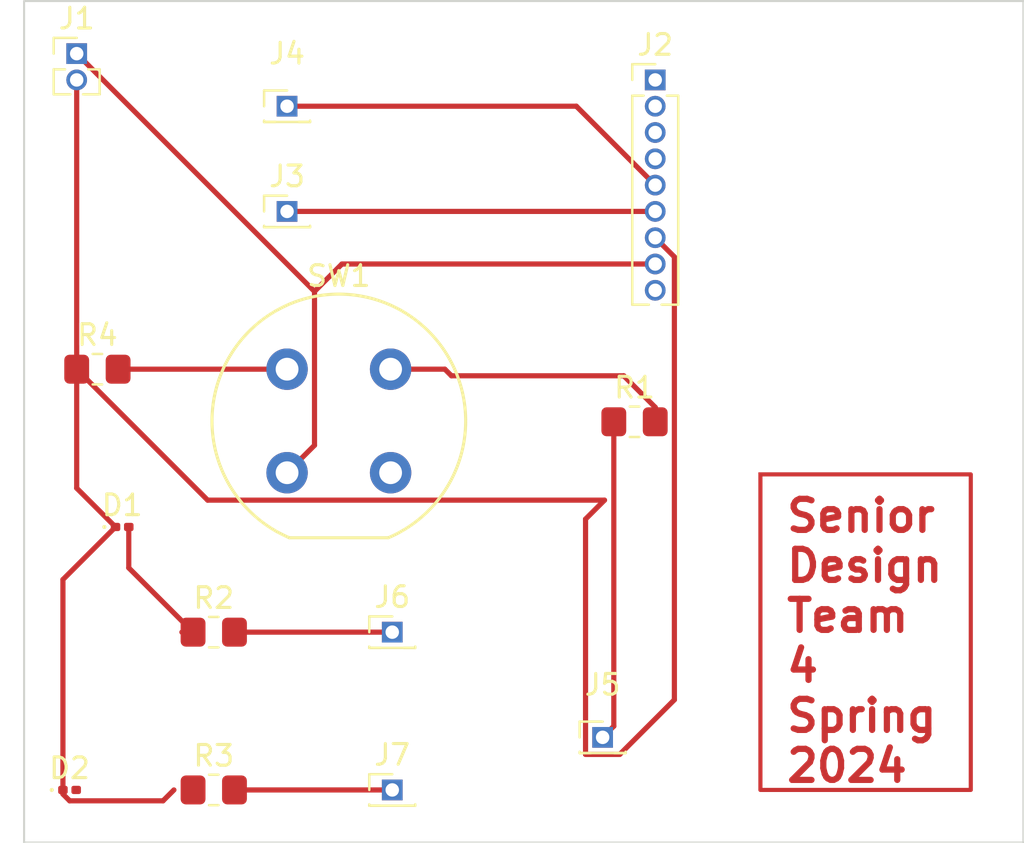
<source format=kicad_pcb>
(kicad_pcb (version 20221018) (generator pcbnew)
  (layers (0 "F.Cu" signal) (31 "B.Cu" signal) (34 "B.Paste" user) (35 "F.Paste" user) (36 "B.SilkS" user "B.Silkscreen") (37 "F.SilkS" user "F.Silkscreen") (38 "B.Mask" user) (39 "F.Mask" user) (44 "Edge.Cuts" user))
  (net 0 "")
  (net 7 "Net-(D1-K)")
  (net 8 "Net-(D1-A)")
  (net 9 "Net-(D2-A)")
  (net 10 "Net-(J1-Pin_1)")
  (net 11 "Net-(J2-Pin_5)")
  (net 12 "Net-(J2-Pin_6)")
  (net 13 "Net-(J5-Pin_1)")
  (net 14 "Net-(J6-Pin_1)")
  (net 15 "Net-(J7-Pin_1)")
  (net 16 "Net-(R1-Pad2)")
  (net 17 "Net-(R4-Pad2)")
  (footprint "Connector_PinHeader_1.27mm:PinHeader_1x09_P1.27mm_Vertical" (layer "F.Cu") (at 160.02 41.91)
    (fp_text reference "J2" (at 0 -1.695) (layer "F.SilkS"))
    (fp_text value "Conn_01x09_Pin")
    (fp_line (start -1.11 -0.76) (end 0 -0.76) (stroke (width 0.12)) (layer "F.SilkS"))
    (fp_line (start -1.11 0) (end -1.11 -0.76) (stroke (width 0.12)) (layer "F.SilkS"))
    (fp_line (start -1.11 0.76) (end -1.11 10.855) (stroke (width 0.12)) (layer "F.SilkS"))
    (fp_line (start -1.11 0.76) (end -0.563471 0.76) (stroke (width 0.12)) (layer "F.SilkS"))
    (fp_line (start -1.11 10.855) (end -0.30753 10.855) (stroke (width 0.12)) (layer "F.SilkS"))
    (fp_line (start 0.30753 10.855) (end 1.11 10.855) (stroke (width 0.12)) (layer "F.SilkS"))
    (fp_line (start 0.563471 0.76) (end 1.11 0.76) (stroke (width 0.12)) (layer "F.SilkS"))
    (fp_line (start 1.11 0.76) (end 1.11 10.855) (stroke (width 0.12)) (layer "F.SilkS"))
    (pad "1" thru_hole rect (at 0 0) (size 1 1) (drill 0.65) (layers "*.Cu" "*.Mask"))
    (pad "2" thru_hole oval (at 0 1.27) (size 1 1) (drill 0.65) (layers "*.Cu" "*.Mask"))
    (pad "3" thru_hole oval (at 0 2.54) (size 1 1) (drill 0.65) (layers "*.Cu" "*.Mask"))
    (pad "4" thru_hole oval (at 0 3.81) (size 1 1) (drill 0.65) (layers "*.Cu" "*.Mask"))
    (pad "5" thru_hole oval (at 0 5.08) (size 1 1) (drill 0.65) (layers "*.Cu" "*.Mask") (net 11 "Net-(J2-Pin_5)"))
    (pad "6" thru_hole oval (at 0 6.35) (size 1 1) (drill 0.65) (layers "*.Cu" "*.Mask") (net 12 "Net-(J2-Pin_6)"))
    (pad "7" thru_hole oval (at 0 7.62) (size 1 1) (drill 0.65) (layers "*.Cu" "*.Mask") (net 7 "Net-(D1-K)"))
    (pad "8" thru_hole oval (at 0 8.89) (size 1 1) (drill 0.65) (layers "*.Cu" "*.Mask") (net 10 "Net-(J1-Pin_1)"))
    (pad "9" thru_hole oval (at 0 10.16) (size 1 1) (drill 0.65) (layers "*.Cu" "*.Mask"))
  )
  (footprint "Connector_PinHeader_1.27mm:PinHeader_1x01_P1.27mm_Vertical" (layer "F.Cu") (at 157.48 73.66)
    (fp_text reference "J5" (at 0 -2.54) (layer "F.SilkS"))
    (fp_text value "Conn_01x01_Pin")
    (fp_line (start -1.11 -0.76) (end 0 -0.76) (stroke (width 0.12)) (layer "F.SilkS"))
    (fp_line (start -1.11 0) (end -1.11 -0.76) (stroke (width 0.12)) (layer "F.SilkS"))
    (fp_line (start -1.11 0.76) (end -1.11 0.695) (stroke (width 0.12)) (layer "F.SilkS"))
    (fp_line (start -1.11 0.76) (end -0.563471 0.76) (stroke (width 0.12)) (layer "F.SilkS"))
    (fp_line (start -1.11 0.76) (end 1.11 0.76) (stroke (width 0.12)) (layer "F.SilkS"))
    (fp_line (start 0.563471 0.76) (end 1.11 0.76) (stroke (width 0.12)) (layer "F.SilkS"))
    (fp_line (start 1.11 0.76) (end 1.11 0.695) (stroke (width 0.12)) (layer "F.SilkS"))
    (pad "1" thru_hole rect (at 0 0) (size 1 1) (drill 0.65) (layers "*.Cu" "*.Mask") (net 13 "Net-(J5-Pin_1)"))
  )
  (footprint "Connector_PinHeader_1.27mm:PinHeader_1x01_P1.27mm_Vertical" (layer "F.Cu") (at 142.24 43.18)
    (fp_text reference "J4" (at 0 -2.54) (layer "F.SilkS"))
    (fp_text value "Conn_01x01_Pin")
    (fp_line (start -1.11 -0.76) (end 0 -0.76) (stroke (width 0.12)) (layer "F.SilkS"))
    (fp_line (start -1.11 0) (end -1.11 -0.76) (stroke (width 0.12)) (layer "F.SilkS"))
    (fp_line (start -1.11 0.76) (end -1.11 0.695) (stroke (width 0.12)) (layer "F.SilkS"))
    (fp_line (start -1.11 0.76) (end -0.563471 0.76) (stroke (width 0.12)) (layer "F.SilkS"))
    (fp_line (start -1.11 0.76) (end 1.11 0.76) (stroke (width 0.12)) (layer "F.SilkS"))
    (fp_line (start 0.563471 0.76) (end 1.11 0.76) (stroke (width 0.12)) (layer "F.SilkS"))
    (fp_line (start 1.11 0.76) (end 1.11 0.695) (stroke (width 0.12)) (layer "F.SilkS"))
    (pad "1" thru_hole rect (at 0 0) (size 1 1) (drill 0.65) (layers "*.Cu" "*.Mask") (net 11 "Net-(J2-Pin_5)"))
  )
  (footprint "Resistor_SMD:R_0805_2012Metric_Pad1.20x1.40mm_HandSolder" (layer "F.Cu") (at 159.02 58.42)
    (fp_text reference "R1" (at 0 -1.65) (layer "F.SilkS"))
    (fp_text value "1000R")
    (fp_line (start -0.227064 -0.735) (end 0.227064 -0.735) (stroke (width 0.12)) (layer "F.SilkS"))
    (fp_line (start -0.227064 0.735) (end 0.227064 0.735) (stroke (width 0.12)) (layer "F.SilkS"))
    (pad "1" smd roundrect (at -1 0) (size 1.2 1.4) (layers "F.Cu" "F.Paste" "F.Mask") (roundrect_rratio 0.2083333333) (net 13 "Net-(J5-Pin_1)"))
    (pad "2" smd roundrect (at 1 0) (size 1.2 1.4) (layers "F.Cu" "F.Paste" "F.Mask") (roundrect_rratio 0.2083333333) (net 16 "Net-(R1-Pad2)"))
  )
  (footprint "Connector_PinHeader_1.27mm:PinHeader_1x01_P1.27mm_Vertical" (layer "F.Cu") (at 147.32 68.58)
    (fp_text reference "J6" (at 0 -1.695) (layer "F.SilkS"))
    (fp_text value "Conn_01x01_Pin")
    (fp_line (start -1.11 -0.76) (end 0 -0.76) (stroke (width 0.12)) (layer "F.SilkS"))
    (fp_line (start -1.11 0) (end -1.11 -0.76) (stroke (width 0.12)) (layer "F.SilkS"))
    (fp_line (start -1.11 0.76) (end -1.11 0.695) (stroke (width 0.12)) (layer "F.SilkS"))
    (fp_line (start -1.11 0.76) (end -0.563471 0.76) (stroke (width 0.12)) (layer "F.SilkS"))
    (fp_line (start -1.11 0.76) (end 1.11 0.76) (stroke (width 0.12)) (layer "F.SilkS"))
    (fp_line (start 0.563471 0.76) (end 1.11 0.76) (stroke (width 0.12)) (layer "F.SilkS"))
    (fp_line (start 1.11 0.76) (end 1.11 0.695) (stroke (width 0.12)) (layer "F.SilkS"))
    (pad "1" thru_hole rect (at 0 0) (size 1 1) (drill 0.65) (layers "*.Cu" "*.Mask") (net 14 "Net-(J6-Pin_1)"))
  )
  (footprint "Connector_PinHeader_1.27mm:PinHeader_1x01_P1.27mm_Vertical" (layer "F.Cu") (at 142.24 48.26)
    (fp_text reference "J3" (at 0 -1.695) (layer "F.SilkS"))
    (fp_text value "Conn_01x01_Pin")
    (fp_line (start -1.11 -0.76) (end 0 -0.76) (stroke (width 0.12)) (layer "F.SilkS"))
    (fp_line (start -1.11 0) (end -1.11 -0.76) (stroke (width 0.12)) (layer "F.SilkS"))
    (fp_line (start -1.11 0.76) (end -1.11 0.695) (stroke (width 0.12)) (layer "F.SilkS"))
    (fp_line (start -1.11 0.76) (end -0.563471 0.76) (stroke (width 0.12)) (layer "F.SilkS"))
    (fp_line (start -1.11 0.76) (end 1.11 0.76) (stroke (width 0.12)) (layer "F.SilkS"))
    (fp_line (start 0.563471 0.76) (end 1.11 0.76) (stroke (width 0.12)) (layer "F.SilkS"))
    (fp_line (start 1.11 0.76) (end 1.11 0.695) (stroke (width 0.12)) (layer "F.SilkS"))
    (pad "1" thru_hole rect (at 0 0) (size 1 1) (drill 0.65) (layers "*.Cu" "*.Mask") (net 12 "Net-(J2-Pin_6)"))
  )
  (footprint "Resistor_SMD:R_0805_2012Metric_Pad1.20x1.40mm_HandSolder" (layer "F.Cu") (at 133.08 55.88)
    (fp_text reference "R4" (at 0 -1.65) (layer "F.SilkS"))
    (fp_text value "10000R")
    (fp_line (start -0.227064 -0.735) (end 0.227064 -0.735) (stroke (width 0.12)) (layer "F.SilkS"))
    (fp_line (start -0.227064 0.735) (end 0.227064 0.735) (stroke (width 0.12)) (layer "F.SilkS"))
    (pad "1" smd roundrect (at -1 0) (size 1.2 1.4) (layers "F.Cu" "F.Paste" "F.Mask") (roundrect_rratio 0.2083333333) (net 7 "Net-(D1-K)"))
    (pad "2" smd roundrect (at 1 0) (size 1.2 1.4) (layers "F.Cu" "F.Paste" "F.Mask") (roundrect_rratio 0.2083333333) (net 17 "Net-(R4-Pad2)"))
  )
  (footprint "Diode_SMD:D_0201_0603Metric" (layer "F.Cu") (at 131.735 76.2)
    (fp_text reference "D2" (at 0 -1.05) (layer "F.SilkS"))
    (fp_text value "3V6")
    (fp_circle (center -0.86 0) (end -0.81 0) (stroke (width 0.1)) (fill none) (layer "F.SilkS"))
    (pad "1" smd roundrect (at -0.32 0) (size 0.46 0.4) (layers "F.Cu" "F.Mask") (net 7 "Net-(D1-K)"))
    (pad "2" smd roundrect (at 0.32 0) (size 0.46 0.4) (layers "F.Cu" "F.Mask") (net 9 "Net-(D2-A)"))
  )
  (footprint "Button_Switch_THT:Push_E-Switch_KS01Q01" (layer "F.Cu") (at 142.24 55.88)
    (fp_text reference "SW1" (at 2.5 -4.5) (layer "F.SilkS"))
    (fp_text value "SW_Push_Dual")
    (fp_line (start 4.89 8.14) (end 0.11 8.14) (stroke (width 0.15)) (layer "F.SilkS"))
    (fp_arc (start 0.11 8.14) (mid 2.496283 -3.625495) (end 4.896843 8.137095) (stroke (width 0.15)) (layer "F.SilkS"))
    (pad "1" thru_hole circle (at 0 0) (size 2 2) (drill 1.1) (layers "*.Cu" "*.Mask") (net 17 "Net-(R4-Pad2)"))
    (pad "2" thru_hole circle (at 5 0) (size 2 2) (drill 1.1) (layers "*.Cu" "*.Mask") (net 16 "Net-(R1-Pad2)"))
    (pad "3" thru_hole circle (at 0 5) (size 2 2) (drill 1.1) (layers "*.Cu" "*.Mask") (net 10 "Net-(J1-Pin_1)"))
    (pad "4" thru_hole circle (at 5 5) (size 2 2) (drill 1.1) (layers "*.Cu" "*.Mask"))
  )
  (footprint "Connector_PinHeader_1.27mm:PinHeader_1x01_P1.27mm_Vertical" (layer "F.Cu") (at 147.32 76.2)
    (fp_text reference "J7" (at 0 -1.695) (layer "F.SilkS"))
    (fp_text value "Conn_01x01_Pin")
    (fp_line (start -1.11 -0.76) (end 0 -0.76) (stroke (width 0.12)) (layer "F.SilkS"))
    (fp_line (start -1.11 0) (end -1.11 -0.76) (stroke (width 0.12)) (layer "F.SilkS"))
    (fp_line (start -1.11 0.76) (end -1.11 0.695) (stroke (width 0.12)) (layer "F.SilkS"))
    (fp_line (start -1.11 0.76) (end -0.563471 0.76) (stroke (width 0.12)) (layer "F.SilkS"))
    (fp_line (start -1.11 0.76) (end 1.11 0.76) (stroke (width 0.12)) (layer "F.SilkS"))
    (fp_line (start 0.563471 0.76) (end 1.11 0.76) (stroke (width 0.12)) (layer "F.SilkS"))
    (fp_line (start 1.11 0.76) (end 1.11 0.695) (stroke (width 0.12)) (layer "F.SilkS"))
    (pad "1" thru_hole rect (at 0 0) (size 1 1) (drill 0.65) (layers "*.Cu" "*.Mask") (net 15 "Net-(J7-Pin_1)"))
  )
  (footprint "Resistor_SMD:R_0805_2012Metric_Pad1.20x1.40mm_HandSolder" (layer "F.Cu") (at 138.7 76.2)
    (fp_text reference "R3" (at 0 -1.65) (layer "F.SilkS"))
    (fp_text value "100R")
    (fp_line (start -0.227064 -0.735) (end 0.227064 -0.735) (stroke (width 0.12)) (layer "F.SilkS"))
    (fp_line (start -0.227064 0.735) (end 0.227064 0.735) (stroke (width 0.12)) (layer "F.SilkS"))
    (pad "1" smd roundrect (at -1 0) (size 1.2 1.4) (layers "F.Cu" "F.Paste" "F.Mask") (roundrect_rratio 0.2083333333) (net 9 "Net-(D2-A)"))
    (pad "2" smd roundrect (at 1 0) (size 1.2 1.4) (layers "F.Cu" "F.Paste" "F.Mask") (roundrect_rratio 0.2083333333) (net 15 "Net-(J7-Pin_1)"))
  )
  (footprint "Resistor_SMD:R_0805_2012Metric_Pad1.20x1.40mm_HandSolder" (layer "F.Cu") (at 138.7 68.58)
    (fp_text reference "R2" (at 0 -1.65) (layer "F.SilkS"))
    (fp_text value "100R")
    (fp_line (start -0.227064 -0.735) (end 0.227064 -0.735) (stroke (width 0.12)) (layer "F.SilkS"))
    (fp_line (start -0.227064 0.735) (end 0.227064 0.735) (stroke (width 0.12)) (layer "F.SilkS"))
    (pad "1" smd roundrect (at -1 0) (size 1.2 1.4) (layers "F.Cu" "F.Paste" "F.Mask") (roundrect_rratio 0.2083333333) (net 8 "Net-(D1-A)"))
    (pad "2" smd roundrect (at 1 0) (size 1.2 1.4) (layers "F.Cu" "F.Paste" "F.Mask") (roundrect_rratio 0.2083333333) (net 14 "Net-(J6-Pin_1)"))
  )
  (footprint "Connector_PinHeader_1.27mm:PinHeader_1x02_P1.27mm_Vertical" (layer "F.Cu") (at 132.08 40.64)
    (fp_text reference "J1" (at 0 -1.695) (layer "F.SilkS"))
    (fp_text value "Conn_01x02_Pin")
    (fp_line (start -1.11 -0.76) (end 0 -0.76) (stroke (width 0.12)) (layer "F.SilkS"))
    (fp_line (start -1.11 0) (end -1.11 -0.76) (stroke (width 0.12)) (layer "F.SilkS"))
    (fp_line (start -1.11 0.76) (end -1.11 1.965) (stroke (width 0.12)) (layer "F.SilkS"))
    (fp_line (start -1.11 0.76) (end -0.563471 0.76) (stroke (width 0.12)) (layer "F.SilkS"))
    (fp_line (start -1.11 1.965) (end -0.30753 1.965) (stroke (width 0.12)) (layer "F.SilkS"))
    (fp_line (start 0.30753 1.965) (end 1.11 1.965) (stroke (width 0.12)) (layer "F.SilkS"))
    (fp_line (start 0.563471 0.76) (end 1.11 0.76) (stroke (width 0.12)) (layer "F.SilkS"))
    (fp_line (start 1.11 0.76) (end 1.11 1.965) (stroke (width 0.12)) (layer "F.SilkS"))
    (pad "1" thru_hole rect (at 0 0) (size 1 1) (drill 0.65) (layers "*.Cu" "*.Mask") (net 10 "Net-(J1-Pin_1)"))
    (pad "2" thru_hole oval (at 0 1.27) (size 1 1) (drill 0.65) (layers "*.Cu" "*.Mask") (net 7 "Net-(D1-K)"))
  )
  (footprint "Diode_SMD:D_0201_0603Metric" (layer "F.Cu") (at 134.275 63.5)
    (fp_text reference "D1" (at 0 -1.05) (layer "F.SilkS"))
    (fp_text value "3V6")
    (fp_circle (center -0.86 0) (end -0.81 0) (stroke (width 0.1)) (fill none) (layer "F.SilkS"))
    (pad "1" smd roundrect (at -0.32 0) (size 0.46 0.4) (layers "F.Cu" "F.Mask") (net 7 "Net-(D1-K)"))
    (pad "2" smd roundrect (at 0.32 0) (size 0.46 0.4) (layers "F.Cu" "F.Mask") (net 8 "Net-(D1-A)"))
  )
  (gr_rect (start 129.54 38.1) (end 177.8 78.74) (stroke (width 0.1)) (fill none) (layer "Edge.Cuts"))
  (gr_text_box "Senior Design\nTeam 4\nSpring 2024" (start 165.1 60.96) (end 175.26 76.2) (layer "F.Cu") (effects (font (size 1.5 1.5) (thickness 0.3) bold) (justify left top)) (stroke (width 0.2)))
  (segment (start 132.08 61.625) (end 133.955 63.5) (width 0.25) (layer "F.Cu") (net 7))
  (segment (start 160.945 50.455) (end 160.02 49.53) (width 0.25) (layer "F.Cu") (net 7))
  (segment (start 132.08 55.88) (end 138.405 62.205) (width 0.25) (layer "F.Cu") (net 7))
  (segment (start 136.25 76.725) (end 136.775 76.2) (width 0.25) (layer "F.Cu") (net 7))
  (segment (start 132.08 41.91) (end 132.08 55.88) (width 0.25) (layer "F.Cu") (net 7))
  (segment (start 138.405 62.205) (end 157.57 62.205) (width 0.25) (layer "F.Cu") (net 7))
  (segment (start 156.655 74.485) (end 158.305 74.485) (width 0.25) (layer "F.Cu") (net 7))
  (segment (start 158.305 74.485) (end 160.945 71.845) (width 0.25) (layer "F.Cu") (net 7))
  (segment (start 131.415 66.04) (end 131.415 76.2) (width 0.25) (layer "F.Cu") (net 7))
  (segment (start 133.955 63.5) (end 131.415 66.04) (width 0.25) (layer "F.Cu") (net 7))
  (segment (start 156.655 63.12) (end 156.655 74.485) (width 0.25) (layer "F.Cu") (net 7))
  (segment (start 131.415 76.2) (end 131.415 76.399999) (width 0.25) (layer "F.Cu") (net 7))
  (segment (start 160.945 71.845) (end 160.945 50.455) (width 0.25) (layer "F.Cu") (net 7))
  (segment (start 131.740001 76.725) (end 136.25 76.725) (width 0.25) (layer "F.Cu") (net 7))
  (segment (start 132.08 55.88) (end 132.08 61.625) (width 0.25) (layer "F.Cu") (net 7))
  (segment (start 131.415 76.399999) (end 131.740001 76.725) (width 0.25) (layer "F.Cu") (net 7))
  (segment (start 157.57 62.205) (end 156.655 63.12) (width 0.25) (layer "F.Cu") (net 7))
  (segment (start 137.7 68.58) (end 137.16 68.58) (width 0.25) (layer "F.Cu") (net 8))
  (segment (start 134.595 65.475) (end 137.7 68.58) (width 0.25) (layer "F.Cu") (net 8))
  (segment (start 134.595 63.5) (end 134.595 65.475) (width 0.25) (layer "F.Cu") (net 8))
  (segment (start 144.89 50.8) (end 143.565 52.125) (width 0.25) (layer "F.Cu") (net 10))
  (segment (start 143.565 59.555) (end 142.24 60.88) (width 0.25) (layer "F.Cu") (net 10))
  (segment (start 160.02 50.8) (end 144.89 50.8) (width 0.25) (layer "F.Cu") (net 10))
  (segment (start 143.565 52.125) (end 143.565 59.555) (width 0.25) (layer "F.Cu") (net 10))
  (segment (start 132.08 40.64) (end 143.565 52.125) (width 0.25) (layer "F.Cu") (net 10))
  (segment (start 156.21 43.18) (end 160.02 46.99) (width 0.25) (layer "F.Cu") (net 11))
  (segment (start 142.24 43.18) (end 156.21 43.18) (width 0.25) (layer "F.Cu") (net 11))
  (segment (start 142.24 48.26) (end 160.02 48.26) (width 0.25) (layer "F.Cu") (net 12))
  (segment (start 158.02 73.12) (end 157.48 73.66) (width 0.25) (layer "F.Cu") (net 13))
  (segment (start 158.02 58.42) (end 158.02 73.12) (width 0.25) (layer "F.Cu") (net 13))
  (segment (start 139.7 68.58) (end 147.32 68.58) (width 0.25) (layer "F.Cu") (net 14))
  (segment (start 139.7 76.2) (end 147.32 76.2) (width 0.25) (layer "F.Cu") (net 15))
  (segment (start 150.178198 56.198198) (end 149.86 55.88) (width 0.25) (layer "F.Cu") (net 16))
  (segment (start 160.02 57.72) (end 158.498198 56.198198) (width 0.25) (layer "F.Cu") (net 16))
  (segment (start 160.02 58.42) (end 160.02 57.72) (width 0.25) (layer "F.Cu") (net 16))
  (segment (start 158.498198 56.198198) (end 150.178198 56.198198) (width 0.25) (layer "F.Cu") (net 16))
  (segment (start 149.86 55.88) (end 147.24 55.88) (width 0.25) (layer "F.Cu") (net 16))
  (segment (start 142.24 55.88) (end 134.08 55.88) (width 0.25) (layer "F.Cu") (net 17))
)
</source>
